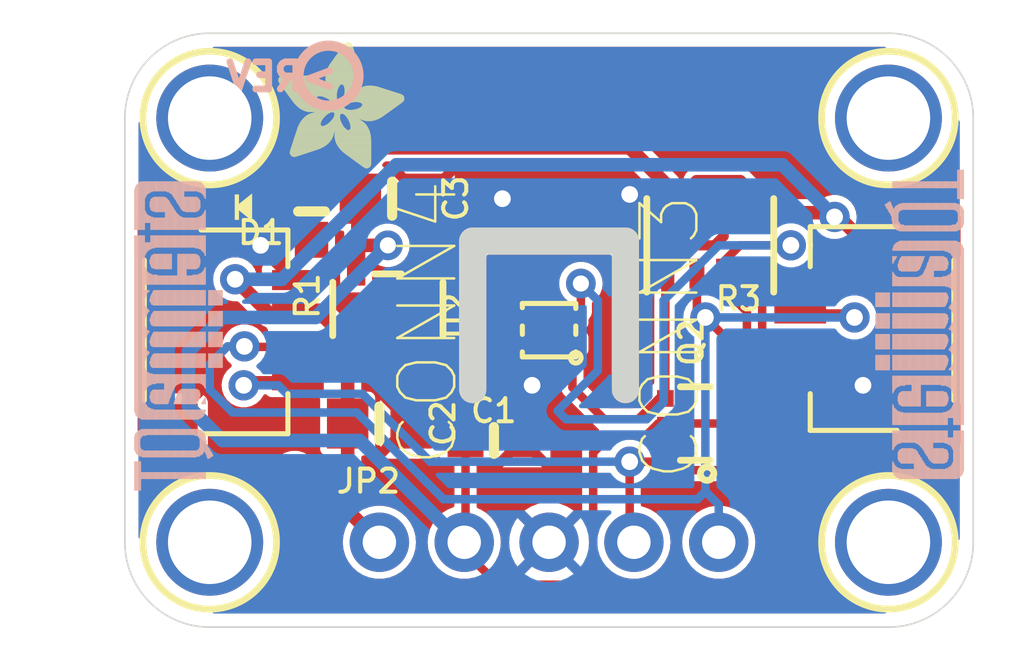
<source format=kicad_pcb>
(kicad_pcb (version 20221018) (generator pcbnew)
  (layers (0 "F.Cu" signal) (31 "B.Cu" signal) (34 "B.Paste" user) (35 "F.Paste" user) (36 "B.SilkS" user "B.Silkscreen") (37 "F.SilkS" user "F.Silkscreen") (38 "B.Mask" user) (39 "F.Mask" user) (44 "Edge.Cuts" user))
  (net 0 "")
  (net 1 "GND")
  (net 2 "SDA")
  (net 3 "SCL")
  (net 4 "SCL_3V")
  (net 5 "SDA_3V")
  (net 6 "3.3V")
  (net 7 "VCC")
  (net 8 "N$1")
  (footprint "working:SOT363" (layer "F.Cu") (at 152.8826 107.7976 90)
    (fp_text reference "Q2" (at 1.651 -0.127 90) (layer "F.SilkS") (effects (font (size 0.692831 0.692831) (thickness 0.119969)) (justify left)))
    (fp_text value "BSS138")
    (pad "1" smd rect (at -0.75 0.9 90) (size 0.5 0.5) (layers "F.Cu" "F.Paste" "F.Mask") (net 4 "SCL_3V"))
    (pad "2" smd rect (at 0 0.9 90) (size 0.4 0.5) (layers "F.Cu" "F.Paste" "F.Mask") (net 6 "3.3V"))
    (pad "3" smd rect (at 0.75 0.9 90) (size 0.5 0.5) (layers "F.Cu" "F.Paste" "F.Mask") (net 2 "SDA"))
    (pad "4" smd rect (at 0.75 -0.9 90) (size 0.5 0.5) (layers "F.Cu" "F.Paste" "F.Mask") (net 5 "SDA_3V"))
    (pad "5" smd rect (at 0 -0.9 90) (size 0.4 0.5) (layers "F.Cu" "F.Paste" "F.Mask") (net 6 "3.3V"))
    (pad "6" smd rect (at -0.75 -0.9 90) (size 0.5 0.5) (layers "F.Cu" "F.Paste" "F.Mask") (net 3 "SCL"))
  )
  (footprint "working:PLABEL2" (layer "F.Cu") (at 148.6281 113.0046)
    (fp_text reference "PLABEL2" hide)
    (fp_text value "" hide)
  )
  (footprint "working:PLABEL5" (layer "F.Cu") (at 148.5011 97.3836)
    (fp_text reference "PLABEL5" hide)
    (fp_text value "" hide)
  )
  (footprint "working:CHIPLED_0603_NOOUTLINE" (layer "F.Cu") (at 139.3571 101.3206 90)
    (fp_text reference "D1" (at -0.762 1.27) (layer "F.SilkS") (effects (font (size 0.692831 0.692831) (thickness 0.119969)) (justify right)))
    (fp_text value "GREEN")
    (pad "A" smd rect (at 0 0.75 90) (size 0.8 0.8) (layers "F.Cu" "F.Paste" "F.Mask") (net 8 "N$1"))
    (pad "C" smd rect (at 0 -0.75 90) (size 0.8 0.8) (layers "F.Cu" "F.Paste" "F.Mask") (net 1 "GND"))
  )
  (footprint "working:MOUNTINGHOLE_2.5_PLATED" (layer "F.Cu") (at 138.3411 98.6536)
    (fp_text reference "U$1" hide)
    (fp_text value "MOUNTINGHOLE2.5" hide)
    (pad "P$1" thru_hole circle (at 0 0) (size 3.2 3.2) (drill 2.5) (layers "*.Cu" "*.Mask"))
    (zone (net 0) (net_name "") (layer "F.Cu") (connect_pads (clearance 0)) (min_thickness 0.25)
      (keepout (tracks not_allowed) (vias not_allowed) (pads not_allowed) (copperpour not_allowed) (footprints allowed))
      (fill (thermal_gap 0.5) (thermal_bridge_width 0.5))
      (polygon (pts (xy 140.3571 98.6536) (xy 140.33748 98.373027) (xy 140.279004 98.097915) (xy 140.182808 97.833619) (xy 140.050765 97.585283) (xy 139.885446 97.35774) (xy 139.690067 97.15542) (xy 139.468433 96.98226) (xy 139.224856 96.841631) (xy 138.964078 96.73627) (xy 138.691175 96.668228) (xy 138.411457 96.638828) (xy 138.130371 96.648644) (xy 137.853385 96.697484) (xy 137.585893 96.784397) (xy 137.3331 96.907693) (xy 137.099926 97.06497) (xy 136.890911 97.253169) (xy 136.710122 97.468625) (xy 136.561078 97.707145) (xy 136.44668 97.964087) (xy 136.369154 98.23445) (xy 136.330011 98.512971) (xy 136.330011 98.794229) (xy 136.369154 99.07275) (xy 136.44668 99.343113) (xy 136.561078 99.600055) (xy 136.710122 99.838575) (xy 136.890911 100.054031) (xy 137.099926 100.24223) (xy 137.3331 100.399507) (xy 137.585893 100.522803) (xy 137.853385 100.609716) (xy 138.130371 100.658556) (xy 138.411457 100.668372) (xy 138.691175 100.638972) (xy 138.964078 100.57093) (xy 139.224856 100.465569) (xy 139.468433 100.32494) (xy 139.690067 100.15178) (xy 139.885446 99.94946) (xy 140.050765 99.721917) (xy 140.182808 99.473581) (xy 140.279004 99.209285) (xy 140.33748 98.934173)))
      (polygon (pts (xy 138.3251 98.6536) (xy 138.329786 98.664914) (xy 138.3411 98.6696) (xy 138.352414 98.664914) (xy 138.3571 98.6536) (xy 138.352414 98.642286) (xy 138.3411 98.6376) (xy 138.329786 98.642286)))
    )
    (zone (net 0) (net_name "") (layer "B.Cu") (connect_pads (clearance 0)) (min_thickness 0.25)
      (keepout (tracks not_allowed) (vias not_allowed) (pads not_allowed) (copperpour not_allowed) (footprints allowed))
      (fill (thermal_gap 0.5) (thermal_bridge_width 0.5))
      (polygon (pts (xy 140.3571 98.6536) (xy 140.33748 98.373027) (xy 140.279004 98.097915) (xy 140.182808 97.833619) (xy 140.050765 97.585283) (xy 139.885446 97.35774) (xy 139.690067 97.15542) (xy 139.468433 96.98226) (xy 139.224856 96.841631) (xy 138.964078 96.73627) (xy 138.691175 96.668228) (xy 138.411457 96.638828) (xy 138.130371 96.648644) (xy 137.853385 96.697484) (xy 137.585893 96.784397) (xy 137.3331 96.907693) (xy 137.099926 97.06497) (xy 136.890911 97.253169) (xy 136.710122 97.468625) (xy 136.561078 97.707145) (xy 136.44668 97.964087) (xy 136.369154 98.23445) (xy 136.330011 98.512971) (xy 136.330011 98.794229) (xy 136.369154 99.07275) (xy 136.44668 99.343113) (xy 136.561078 99.600055) (xy 136.710122 99.838575) (xy 136.890911 100.054031) (xy 137.099926 100.24223) (xy 137.3331 100.399507) (xy 137.585893 100.522803) (xy 137.853385 100.609716) (xy 138.130371 100.658556) (xy 138.411457 100.668372) (xy 138.691175 100.638972) (xy 138.964078 100.57093) (xy 139.224856 100.465569) (xy 139.468433 100.32494) (xy 139.690067 100.15178) (xy 139.885446 99.94946) (xy 140.050765 99.721917) (xy 140.182808 99.473581) (xy 140.279004 99.209285) (xy 140.33748 98.934173)))
      (polygon (pts (xy 138.3251 98.6536) (xy 138.329786 98.664914) (xy 138.3411 98.6696) (xy 138.352414 98.664914) (xy 138.3571 98.6536) (xy 138.352414 98.642286) (xy 138.3411 98.6376) (xy 138.329786 98.642286)))
    )
  )
  (footprint "working:MOUNTINGHOLE_2.5_PLATED" (layer "F.Cu") (at 138.3411 111.3536)
    (fp_text reference "U$19" hide)
    (fp_text value "MOUNTINGHOLE2.5" hide)
    (pad "P$1" thru_hole circle (at 0 0) (size 3.2 3.2) (drill 2.5) (layers "*.Cu" "*.Mask"))
    (zone (net 0) (net_name "") (layer "F.Cu") (connect_pads (clearance 0)) (min_thickness 0.25)
      (keepout (tracks not_allowed) (vias not_allowed) (pads not_allowed) (copperpour not_allowed) (footprints allowed))
      (fill (thermal_gap 0.5) (thermal_bridge_width 0.5))
      (polygon (pts (xy 140.3571 111.3536) (xy 140.33748 111.073027) (xy 140.279004 110.797915) (xy 140.182808 110.533619) (xy 140.050765 110.285283) (xy 139.885446 110.05774) (xy 139.690067 109.85542) (xy 139.468433 109.68226) (xy 139.224856 109.541631) (xy 138.964078 109.43627) (xy 138.691175 109.368228) (xy 138.411457 109.338828) (xy 138.130371 109.348644) (xy 137.853385 109.397484) (xy 137.585893 109.484397) (xy 137.3331 109.607693) (xy 137.099926 109.76497) (xy 136.890911 109.953169) (xy 136.710122 110.168625) (xy 136.561078 110.407145) (xy 136.44668 110.664087) (xy 136.369154 110.93445) (xy 136.330011 111.212971) (xy 136.330011 111.494229) (xy 136.369154 111.77275) (xy 136.44668 112.043113) (xy 136.561078 112.300055) (xy 136.710122 112.538575) (xy 136.890911 112.754031) (xy 137.099926 112.94223) (xy 137.3331 113.099507) (xy 137.585893 113.222803) (xy 137.853385 113.309716) (xy 138.130371 113.358556) (xy 138.411457 113.368372) (xy 138.691175 113.338972) (xy 138.964078 113.27093) (xy 139.224856 113.165569) (xy 139.468433 113.02494) (xy 139.690067 112.85178) (xy 139.885446 112.64946) (xy 140.050765 112.421917) (xy 140.182808 112.173581) (xy 140.279004 111.909285) (xy 140.33748 111.634173)))
      (polygon (pts (xy 138.3251 111.3536) (xy 138.329786 111.364914) (xy 138.3411 111.3696) (xy 138.352414 111.364914) (xy 138.3571 111.3536) (xy 138.352414 111.342286) (xy 138.3411 111.3376) (xy 138.329786 111.342286)))
    )
    (zone (net 0) (net_name "") (layer "B.Cu") (connect_pads (clearance 0)) (min_thickness 0.25)
      (keepout (tracks not_allowed) (vias not_allowed) (pads not_allowed) (copperpour not_allowed) (footprints allowed))
      (fill (thermal_gap 0.5) (thermal_bridge_width 0.5))
      (polygon (pts (xy 140.3571 111.3536) (xy 140.33748 111.073027) (xy 140.279004 110.797915) (xy 140.182808 110.533619) (xy 140.050765 110.285283) (xy 139.885446 110.05774) (xy 139.690067 109.85542) (xy 139.468433 109.68226) (xy 139.224856 109.541631) (xy 138.964078 109.43627) (xy 138.691175 109.368228) (xy 138.411457 109.338828) (xy 138.130371 109.348644) (xy 137.853385 109.397484) (xy 137.585893 109.484397) (xy 137.3331 109.607693) (xy 137.099926 109.76497) (xy 136.890911 109.953169) (xy 136.710122 110.168625) (xy 136.561078 110.407145) (xy 136.44668 110.664087) (xy 136.369154 110.93445) (xy 136.330011 111.212971) (xy 136.330011 111.494229) (xy 136.369154 111.77275) (xy 136.44668 112.043113) (xy 136.561078 112.300055) (xy 136.710122 112.538575) (xy 136.890911 112.754031) (xy 137.099926 112.94223) (xy 137.3331 113.099507) (xy 137.585893 113.222803) (xy 137.853385 113.309716) (xy 138.130371 113.358556) (xy 138.411457 113.368372) (xy 138.691175 113.338972) (xy 138.964078 113.27093) (xy 139.224856 113.165569) (xy 139.468433 113.02494) (xy 139.690067 112.85178) (xy 139.885446 112.64946) (xy 140.050765 112.421917) (xy 140.182808 112.173581) (xy 140.279004 111.909285) (xy 140.33748 111.634173)))
      (polygon (pts (xy 138.3251 111.3536) (xy 138.329786 111.364914) (xy 138.3411 111.3696) (xy 138.352414 111.364914) (xy 138.3571 111.3536) (xy 138.352414 111.342286) (xy 138.3411 111.3376) (xy 138.329786 111.342286)))
    )
  )
  (footprint "working:MOUNTINGHOLE_2.5_PLATED" (layer "F.Cu") (at 158.6611 111.3536)
    (fp_text reference "U$21" hide)
    (fp_text value "MOUNTINGHOLE2.5" hide)
    (pad "P$1" thru_hole circle (at 0 0) (size 3.2 3.2) (drill 2.5) (layers "*.Cu" "*.Mask"))
    (zone (net 0) (net_name "") (layer "F.Cu") (connect_pads (clearance 0)) (min_thickness 0.25)
      (keepout (tracks not_allowed) (vias not_allowed) (pads not_allowed) (copperpour not_allowed) (footprints allowed))
      (fill (thermal_gap 0.5) (thermal_bridge_width 0.5))
      (polygon (pts (xy 160.6771 111.3536) (xy 160.65748 111.073027) (xy 160.599004 110.797915) (xy 160.502808 110.533619) (xy 160.370765 110.285283) (xy 160.205446 110.05774) (xy 160.010067 109.85542) (xy 159.788433 109.68226) (xy 159.544856 109.541631) (xy 159.284078 109.43627) (xy 159.011175 109.368228) (xy 158.731457 109.338828) (xy 158.450371 109.348644) (xy 158.173385 109.397484) (xy 157.905893 109.484397) (xy 157.6531 109.607693) (xy 157.419926 109.76497) (xy 157.210911 109.953169) (xy 157.030122 110.168625) (xy 156.881078 110.407145) (xy 156.76668 110.664087) (xy 156.689154 110.93445) (xy 156.650011 111.212971) (xy 156.650011 111.494229) (xy 156.689154 111.77275) (xy 156.76668 112.043113) (xy 156.881078 112.300055) (xy 157.030122 112.538575) (xy 157.210911 112.754031) (xy 157.419926 112.94223) (xy 157.6531 113.099507) (xy 157.905893 113.222803) (xy 158.173385 113.309716) (xy 158.450371 113.358556) (xy 158.731457 113.368372) (xy 159.011175 113.338972) (xy 159.284078 113.27093) (xy 159.544856 113.165569) (xy 159.788433 113.02494) (xy 160.010067 112.85178) (xy 160.205446 112.64946) (xy 160.370765 112.421917) (xy 160.502808 112.173581) (xy 160.599004 111.909285) (xy 160.65748 111.634173)))
      (polygon (pts (xy 158.6451 111.3536) (xy 158.649786 111.364914) (xy 158.6611 111.3696) (xy 158.672414 111.364914) (xy 158.6771 111.3536) (xy 158.672414 111.342286) (xy 158.6611 111.3376) (xy 158.649786 111.342286)))
    )
    (zone (net 0) (net_name "") (layer "B.Cu") (connect_pads (clearance 0)) (min_thickness 0.25)
      (keepout (tracks not_allowed) (vias not_allowed) (pads not_allowed) (copperpour not_allowed) (footprints allowed))
      (fill (thermal_gap 0.5) (thermal_bridge_width 0.5))
      (polygon (pts (xy 160.6771 111.3536) (xy 160.65748 111.073027) (xy 160.599004 110.797915) (xy 160.502808 110.533619) (xy 160.370765 110.285283) (xy 160.205446 110.05774) (xy 160.010067 109.85542) (xy 159.788433 109.68226) (xy 159.544856 109.541631) (xy 159.284078 109.43627) (xy 159.011175 109.368228) (xy 158.731457 109.338828) (xy 158.450371 109.348644) (xy 158.173385 109.397484) (xy 157.905893 109.484397) (xy 157.6531 109.607693) (xy 157.419926 109.76497) (xy 157.210911 109.953169) (xy 157.030122 110.168625) (xy 156.881078 110.407145) (xy 156.76668 110.664087) (xy 156.689154 110.93445) (xy 156.650011 111.212971) (xy 156.650011 111.494229) (xy 156.689154 111.77275) (xy 156.76668 112.043113) (xy 156.881078 112.300055) (xy 157.030122 112.538575) (xy 157.210911 112.754031) (xy 157.419926 112.94223) (xy 157.6531 113.099507) (xy 157.905893 113.222803) (xy 158.173385 113.309716) (xy 158.450371 113.358556) (xy 158.731457 113.368372) (xy 159.011175 113.338972) (xy 159.284078 113.27093) (xy 159.544856 113.165569) (xy 159.788433 113.02494) (xy 160.010067 112.85178) (xy 160.205446 112.64946) (xy 160.370765 112.421917) (xy 160.502808 112.173581) (xy 160.599004 111.909285) (xy 160.65748 111.634173)))
      (polygon (pts (xy 158.6451 111.3536) (xy 158.649786 111.364914) (xy 158.6611 111.3696) (xy 158.672414 111.364914) (xy 158.6771 111.3536) (xy 158.672414 111.342286) (xy 158.6611 111.3376) (xy 158.649786 111.342286)))
    )
  )
  (footprint "working:MOUNTINGHOLE_2.5_PLATED" (layer "F.Cu") (at 158.6611 98.6536)
    (fp_text reference "U$17" hide)
    (fp_text value "MOUNTINGHOLE2.5" hide)
    (pad "P$1" thru_hole circle (at 0 0) (size 3.2 3.2) (drill 2.5) (layers "*.Cu" "*.Mask"))
    (zone (net 0) (net_name "") (layer "F.Cu") (connect_pads (clearance 0)) (min_thickness 0.25)
      (keepout (tracks not_allowed) (vias not_allowed) (pads not_allowed) (copperpour not_allowed) (footprints allowed))
      (fill (thermal_gap 0.5) (thermal_bridge_width 0.5))
      (polygon (pts (xy 160.6771 98.6536) (xy 160.65748 98.373027) (xy 160.599004 98.097915) (xy 160.502808 97.833619) (xy 160.370765 97.585283) (xy 160.205446 97.35774) (xy 160.010067 97.15542) (xy 159.788433 96.98226) (xy 159.544856 96.841631) (xy 159.284078 96.73627) (xy 159.011175 96.668228) (xy 158.731457 96.638828) (xy 158.450371 96.648644) (xy 158.173385 96.697484) (xy 157.905893 96.784397) (xy 157.6531 96.907693) (xy 157.419926 97.06497) (xy 157.210911 97.253169) (xy 157.030122 97.468625) (xy 156.881078 97.707145) (xy 156.76668 97.964087) (xy 156.689154 98.23445) (xy 156.650011 98.512971) (xy 156.650011 98.794229) (xy 156.689154 99.07275) (xy 156.76668 99.343113) (xy 156.881078 99.600055) (xy 157.030122 99.838575) (xy 157.210911 100.054031) (xy 157.419926 100.24223) (xy 157.6531 100.399507) (xy 157.905893 100.522803) (xy 158.173385 100.609716) (xy 158.450371 100.658556) (xy 158.731457 100.668372) (xy 159.011175 100.638972) (xy 159.284078 100.57093) (xy 159.544856 100.465569) (xy 159.788433 100.32494) (xy 160.010067 100.15178) (xy 160.205446 99.94946) (xy 160.370765 99.721917) (xy 160.502808 99.473581) (xy 160.599004 99.209285) (xy 160.65748 98.934173)))
      (polygon (pts (xy 158.6451 98.6536) (xy 158.649786 98.664914) (xy 158.6611 98.6696) (xy 158.672414 98.664914) (xy 158.6771 98.6536) (xy 158.672414 98.642286) (xy 158.6611 98.6376) (xy 158.649786 98.642286)))
    )
    (zone (net 0) (net_name "") (layer "B.Cu") (connect_pads (clearance 0)) (min_thickness 0.25)
      (keepout (tracks not_allowed) (vias not_allowed) (pads not_allowed) (copperpour not_allowed) (footprints allowed))
      (fill (thermal_gap 0.5) (thermal_bridge_width 0.5))
      (polygon (pts (xy 160.6771 98.6536) (xy 160.65748 98.373027) (xy 160.599004 98.097915) (xy 160.502808 97.833619) (xy 160.370765 97.585283) (xy 160.205446 97.35774) (xy 160.010067 97.15542) (xy 159.788433 96.98226) (xy 159.544856 96.841631) (xy 159.284078 96.73627) (xy 159.011175 96.668228) (xy 158.731457 96.638828) (xy 158.450371 96.648644) (xy 158.173385 96.697484) (xy 157.905893 96.784397) (xy 157.6531 96.907693) (xy 157.419926 97.06497) (xy 157.210911 97.253169) (xy 157.030122 97.468625) (xy 156.881078 97.707145) (xy 156.76668 97.964087) (xy 156.689154 98.23445) (xy 156.650011 98.512971) (xy 156.650011 98.794229) (xy 156.689154 99.07275) (xy 156.76668 99.343113) (xy 156.881078 99.600055) (xy 157.030122 99.838575) (xy 157.210911 100.054031) (xy 157.419926 100.24223) (xy 157.6531 100.399507) (xy 157.905893 100.522803) (xy 158.173385 100.609716) (xy 158.450371 100.658556) (xy 158.731457 100.668372) (xy 159.011175 100.638972) (xy 159.284078 100.57093) (xy 159.544856 100.465569) (xy 159.788433 100.32494) (xy 160.010067 100.15178) (xy 160.205446 99.94946) (xy 160.370765 99.721917) (xy 160.502808 99.473581) (xy 160.599004 99.209285) (xy 160.65748 98.934173)))
      (polygon (pts (xy 158.6451 98.6536) (xy 158.649786 98.664914) (xy 158.6611 98.6696) (xy 158.672414 98.664914) (xy 158.6771 98.6536) (xy 158.672414 98.642286) (xy 158.6611 98.6376) (xy 158.649786 98.642286)))
    )
  )
  (footprint "working:0805-NO" (layer "F.Cu") (at 143.4211 107.7976)
    (fp_text reference "C2" (at 1.905 -0.762 90) (layer "F.SilkS") (effects (font (size 0.692831 0.692831) (thickness 0.119969)) (justify right)))
    (fp_text value "10uF")
    (pad "1" smd rect (at -0.95 0) (size 1.24 1.5) (layers "F.Cu" "F.Paste" "F.Mask") (net 7 "VCC"))
    (pad "2" smd rect (at 0.95 0) (size 1.24 1.5) (layers "F.Cu" "F.Paste" "F.Mask") (net 1 "GND"))
  )
  (footprint "working:0603-NO" (layer "F.Cu") (at 146.8501 108.3056)
    (fp_text reference "C1" (at -0.762 -0.889) (layer "F.SilkS") (effects (font (size 0.692831 0.692831) (thickness 0.119969)) (justify left)))
    (fp_text value "0.1uF")
    (pad "1" smd rect (at -0.85 0) (size 1.075 1) (layers "F.Cu" "F.Paste" "F.Mask") (net 6 "3.3V"))
    (pad "2" smd rect (at 0.85 0) (size 1.075 1) (layers "F.Cu" "F.Paste" "F.Mask") (net 1 "GND"))
  )
  (footprint "working:JST_SH4" (layer "F.Cu") (at 158.0261 105.0036 90)
    (fp_text reference "CONN3" (at -4.6 -5.9 90) (layer "F.SilkS") (effects (font (size 1.703222 1.703222) (thickness 0.074778)) (justify left)))
    (fp_text value "STEMMA_I2C_QT" hide)
    (pad "1" smd rect (at -1.5 -2.006 180) (size 1.55 0.6) (layers "F.Cu" "F.Paste" "F.Mask") (net 1 "GND"))
    (pad "2" smd rect (at -0.5 -2.006 180) (size 1.55 0.6) (layers "F.Cu" "F.Paste" "F.Mask") (net 7 "VCC"))
    (pad "3" smd rect (at 0.5 -2.006 180) (size 1.55 0.6) (layers "F.Cu" "F.Paste" "F.Mask") (net 2 "SDA"))
    (pad "4" smd rect (at 1.5 -2.006 180) (size 1.55 0.6) (layers "F.Cu" "F.Paste" "F.Mask") (net 3 "SCL"))
    (pad "MT1" smd rect (at -2.8 1.894 180) (size 1.8 1.2) (layers "F.Cu" "F.Paste" "F.Mask") (net 1 "GND"))
    (pad "MT2" smd rect (at 2.8 1.894 180) (size 1.8 1.2) (layers "F.Cu" "F.Paste" "F.Mask") (net 1 "GND"))
  )
  (footprint "working:PLABEL1" (layer "F.Cu") (at 145.9611 109.7026)
    (fp_text reference "PLABEL1" hide)
    (fp_text value "" hide)
  )
  (footprint "working:PLABEL6" (layer "F.Cu") (at 150.0251 99.2886)
    (fp_text reference "PLABEL6" hide)
    (fp_text value "" hide)
  )
  (footprint "working:FIDUCIAL_1MM" (layer "F.Cu") (at 140.8811 109.3216)
    (fp_text reference "FID3" hide)
    (fp_text value "FIDUCIAL_1MM" hide)
    (pad "1" smd roundrect (at 0 0) (size 1 1) (layers "F.Cu" "F.Mask") (roundrect_rratio 0.5))
  )
  (footprint "working:SOT23-5" (layer "F.Cu") (at 143.6751 104.3686)
    (fp_text reference "U2" (at 2.032 -0.562 90) (layer "F.SilkS") (effects (font (size 0.692831 0.692831) (thickness 0.119969)) (justify right)))
    (fp_text value "AP2127K-3.3")
    (pad "1" smd rect (at -0.95 1.3001) (size 0.55 1.2) (layers "F.Cu" "F.Paste" "F.Mask") (net 7 "VCC"))
    (pad "2" smd rect (at 0 1.3001) (size 0.55 1.2) (layers "F.Cu" "F.Paste" "F.Mask") (net 1 "GND"))
    (pad "3" smd rect (at 0.95 1.3001) (size 0.55 1.2) (layers "F.Cu" "F.Paste" "F.Mask") (net 7 "VCC"))
    (pad "4" smd rect (at 0.95 -1.3001) (size 0.55 1.2) (layers "F.Cu" "F.Paste" "F.Mask"))
    (pad "5" smd rect (at -0.95 -1.3001) (size 0.55 1.2) (layers "F.Cu" "F.Paste" "F.Mask") (net 6 "3.3V"))
  )
  (footprint "working:PLABEL3" (layer "F.Cu") (at 151.0411 109.7026)
    (fp_text reference "PLABEL3" hide)
    (fp_text value "" hide)
  )
  (footprint "working:SHT4X" (layer "F.Cu") (at 148.5011 105.0036 180)
    (fp_text reference "X1" hide)
    (fp_text value "SHT4X_" hide)
    (pad "1" smd rect (at -0.7 -0.4 270) (size 0.35 0.55) (layers "F.Cu" "F.Paste" "F.Mask") (net 5 "SDA_3V"))
    (pad "2" smd rect (at -0.7 0.4 270) (size 0.35 0.55) (layers "F.Cu" "F.Paste" "F.Mask") (net 4 "SCL_3V"))
    (pad "3" smd rect (at 0.7 0.4 270) (size 0.35 0.55) (layers "F.Cu" "F.Paste" "F.Mask") (net 6 "3.3V"))
    (pad "4" smd rect (at 0.7 -0.4 270) (size 0.35 0.55) (layers "F.Cu" "F.Paste" "F.Mask") (net 1 "GND"))
  )
  (footprint "working:ADAFRUIT_3.5MM" (layer "F.Cu") (at 140.3731 100.1776)
    (fp_text reference "U$22" hide)
    (fp_text value "" hide)
  )
  (footprint "working:PLABEL0" (layer "F.Cu") (at 143.4211 113.0046)
    (fp_text reference "PLABEL0" hide)
    (fp_text value "" hide)
  )
  (footprint "working:JST_SH4" (layer "F.Cu") (at 138.9761 105.0036 -90)
    (fp_text reference "CONN4" (at -4.6 -5.9 90) (layer "F.SilkS") (effects (font (size 1.703222 1.703222) (thickness 0.074778)) (justify right)))
    (fp_text value "STEMMA_I2C_QT" hide)
    (pad "1" smd rect (at -1.5 -2.006) (size 1.55 0.6) (layers "F.Cu" "F.Paste" "F.Mask") (net 1 "GND"))
    (pad "2" smd rect (at -0.5 -2.006) (size 1.55 0.6) (layers "F.Cu" "F.Paste" "F.Mask") (net 7 "VCC"))
    (pad "3" smd rect (at 0.5 -2.006) (size 1.55 0.6) (layers "F.Cu" "F.Paste" "F.Mask") (net 2 "SDA"))
    (pad "4" smd rect (at 1.5 -2.006) (size 1.55 0.6) (layers "F.Cu" "F.Paste" "F.Mask") (net 3 "SCL"))
    (pad "MT1" smd rect (at -2.8 1.894) (size 1.8 1.2) (layers "F.Cu" "F.Paste" "F.Mask") (net 1 "GND"))
    (pad "MT2" smd rect (at 2.8 1.894) (size 1.8 1.2) (layers "F.Cu" "F.Paste" "F.Mask") (net 1 "GND"))
  )
  (footprint "working:RESPACK_4X0603" (layer "F.Cu") (at 153.3271 102.4636 180)
    (fp_text reference "R3" (at -1.6 -1.6) (layer "F.SilkS") (effects (font (size 0.692831 0.692831) (thickness 0.119969)) (justify right)))
    (fp_text value "10K Pack")
    (pad "1" smd rect (at -1.3 0.85 180) (size 0.45 0.9) (layers "F.Cu" "F.Paste" "F.Mask") (net 7 "VCC"))
    (pad "2" smd rect (at -0.4 0.85 180) (size 0.45 0.9) (layers "F.Cu" "F.Paste" "F.Mask") (net 6 "3.3V"))
    (pad "3" smd rect (at 0.4 0.85 180) (size 0.45 0.9) (layers "F.Cu" "F.Paste" "F.Mask") (net 7 "VCC"))
    (pad "4" smd rect (at 1.3 0.85 180) (size 0.45 0.9) (layers "F.Cu" "F.Paste" "F.Mask") (net 6 "3.3V"))
    (pad "5" smd rect (at 1.3 -0.85 180) (size 0.45 0.9) (layers "F.Cu" "F.Paste" "F.Mask") (net 5 "SDA_3V"))
    (pad "6" smd rect (at 0.4 -0.85 180) (size 0.45 0.9) (layers "F.Cu" "F.Paste" "F.Mask") (net 2 "SDA"))
    (pad "7" smd rect (at -0.4 -0.85 180) (size 0.45 0.9) (layers "F.Cu" "F.Paste" "F.Mask") (net 4 "SCL_3V"))
    (pad "8" smd rect (at -1.3 -0.85 180) (size 0.45 0.9) (layers "F.Cu" "F.Paste" "F.Mask") (net 3 "SCL"))
  )
  (footprint "working:FIDUCIAL_1MM" (layer "F.Cu") (at 155.3591 97.3836)
    (fp_text reference "FID4" hide)
    (fp_text value "FIDUCIAL_1MM" hide)
    (pad "1" smd roundrect (at 0 0) (size 1 1) (layers "F.Cu" "F.Mask") (roundrect_rratio 0.5))
  )
  (footprint "working:PLABEL4" (layer "F.Cu") (at 153.7081 113.0046)
    (fp_text reference "PLABEL4" hide)
    (fp_text value "" hide)
  )
  (footprint "working:1X05_ROUND_70" (layer "F.Cu") (at 148.5011 111.3536)
    (fp_text reference "JP2" (at -6.4262 -1.8288) (layer "F.SilkS") (effects (font (size 0.692831 0.692831) (thickness 0.119969)) (justify left)))
    (fp_text value "")
    (pad "1" thru_hole circle (at -5.08 0 90) (size 1.778 1.778) (drill 1) (layers "*.Cu" "*.Mask") (net 7 "VCC"))
    (pad "2" thru_hole circle (at -2.54 0 90) (size 1.778 1.778) (drill 1) (layers "*.Cu" "*.Mask") (net 6 "3.3V"))
    (pad "3" thru_hole circle (at 0 0 90) (size 1.778 1.778) (drill 1) (layers "*.Cu" "*.Mask") (net 1 "GND"))
    (pad "4" thru_hole circle (at 2.54 0 90) (size 1.778 1.778) (drill 1) (layers "*.Cu" "*.Mask") (net 3 "SCL"))
    (pad "5" thru_hole circle (at 5.08 0 90) (size 1.778 1.778) (drill 1) (layers "*.Cu" "*.Mask") (net 2 "SDA"))
  )
  (footprint "working:0805-NO" (layer "F.Cu") (at 143.8021 101.0666)
    (fp_text reference "C3" (at 1.905 -0.762 90) (layer "F.SilkS") (effects (font (size 0.692831 0.692831) (thickness 0.119969)) (justify right)))
    (fp_text value "10uF")
    (pad "1" smd rect (at -0.95 0) (size 1.24 1.5) (layers "F.Cu" "F.Paste" "F.Mask") (net 6 "3.3V"))
    (pad "2" smd rect (at 0.95 0) (size 1.24 1.5) (layers "F.Cu" "F.Paste" "F.Mask") (net 1 "GND"))
  )
  (footprint "working:0603-NO" (layer "F.Cu") (at 141.3891 101.4476 -90)
    (fp_text reference "R1" (at 1.778 0.127 90) (layer "F.SilkS") (effects (font (size 0.692831 0.692831) (thickness 0.119969)) (justify right)))
    (fp_text value "10K")
    (pad "1" smd rect (at -0.85 0 270) (size 1.075 1) (layers "F.Cu" "F.Paste" "F.Mask") (net 6 "3.3V"))
    (pad "2" smd rect (at 0.85 0 270) (size 1.075 1) (layers "F.Cu" "F.Paste" "F.Mask") (net 8 "N$1"))
  )
  (footprint "working:PLABEL7" (layer "F.Cu") (at 136.1821 101.4476)
    (fp_text reference "PLABEL7" hide)
    (fp_text value "" hide)
  )
  (footprint "working:PCBFEAT-REV-040" (layer "B.Cu") (at 141.8971 97.3836 180)
    (fp_text reference "U$25" hide)
    (fp_text value "" hide)
    (fp_text user ">REV" (at -0.3556 -0.508) (layer "B.SilkS") (effects (font (size 0.8128 0.8128) (thickness 0.2032)) (justify left bottom mirror)))
  )
  (footprint "working:PLABEL9" (layer "B.Cu") (at 148.5011 99.1616 180)
    (fp_text reference "PLABEL9" hide)
    (fp_text value "" hide)
  )
  (footprint "working:PLABEL12" (layer "B.Cu") (at 148.5011 100.8126 180)
    (fp_text reference "PLABEL12" hide)
    (fp_text value "" hide)
  )
  (footprint "working:PLABEL11" (layer "B.Cu") (at 148.5011 108.8136 180)
    (fp_text reference "PLABEL11" hide)
    (fp_text value "" hide)
  )
  (footprint "working:PLABEL10" (layer "B.Cu") (at 148.5011 113.0046 180)
    (fp_text reference "PLABEL10" hide)
    (fp_text value "" hide)
  )
  (footprint "working:STEMMAQT" (layer "B.Cu") (at 158.2801 109.4486 90)
    (fp_text reference "U$30" hide)
    (fp_text value "" hide)
  )
  (footprint "working:STEMMAQT" (layer "B.Cu") (at 138.7221 100.5586 -90)
    (fp_text reference "U$31" hide)
    (fp_text value "" hide)
  )
  (footprint "working:PLABEL8" (layer "B.Cu") (at 148.5011 97.5106 180)
    (fp_text reference "PLABEL8" hide)
    (fp_text value "" hide)
  )
  (gr_line (start 135.8011 98.6536) (end 135.8011 111.3536) (stroke (width 0.05)) (layer "Edge.Cuts"))
  (gr_line (start 150.7871 102.3366) (end 150.7871 106.7816) (stroke (width 0.8128)) (layer "Edge.Cuts"))
  (gr_line (start 161.2011 111.3536) (end 161.2011 98.6536) (stroke (width 0.05)) (layer "Edge.Cuts"))
  (gr_line (start 158.6611 96.1136) (end 138.3411 96.1136) (stroke (width 0.05)) (layer "Edge.Cuts"))
  (gr_line (start 146.2151 102.3366) (end 150.7871 102.3366) (stroke (width 0.8128)) (layer "Edge.Cuts"))
  (gr_line (start 138.3411 113.8936) (end 158.6611 113.8936) (stroke (width 0.05)) (layer "Edge.Cuts"))
  (gr_line (start 146.2151 106.7816) (end 146.2151 102.3366) (stroke (width 0.8128)) (layer "Edge.Cuts"))
  (gr_arc (start 138.3411 113.8936) (mid 136.545049 113.149651) (end 135.8011 111.3536) (stroke (width 0.05)) (layer "Edge.Cuts"))
  (gr_arc (start 161.2011 111.3536) (mid 160.457151 113.149651) (end 158.6611 113.8936) (stroke (width 0.05)) (layer "Edge.Cuts"))
  (gr_arc (start 135.8011 98.6536) (mid 136.545049 96.857549) (end 138.3411 96.1136) (stroke (width 0.05)) (layer "Edge.Cuts"))
  (gr_arc (start 158.6611 96.1136) (mid 160.457151 96.857549) (end 161.2011 98.6536) (stroke (width 0.05)) (layer "Edge.Cuts"))
  (segment (start 144.3711 107.7976) (end 144.3711 107.4166) (width 0.4064) (layer "F.Cu") (net 1))
  (segment (start 140.9821 103.5036) (end 140.9821 103.5806) (width 0.4064) (layer "F.Cu") (net 1))
  (segment (start 144.3711 107.4166) (end 143.6751 106.7206) (width 0.4064) (layer "F.Cu") (net 1))
  (segment (start 140.9821 103.5806) (end 139.8651 102.4636) (width 0.4064) (layer "F.Cu") (net 1))
  (segment (start 143.6751 105.6687) (end 143.6751 106.7206) (width 0.4064) (layer "F.Cu") (net 1))
  (via (at 147.1041 101.0666) (size 0.9064) (drill 0.5) (layers "F.Cu" "B.Cu") (net 1))
  (via (at 147.9931 106.6546) (size 0.9064) (drill 0.5) (layers "F.Cu" "B.Cu") (net 1))
  (via (at 150.9141 100.9396) (size 0.9064) (drill 0.5) (layers "F.Cu" "B.Cu") (net 1))
  (via (at 139.8651 102.4636) (size 0.9064) (drill 0.5) (layers "F.Cu" "B.Cu") (net 1))
  (via (at 157.8991 106.6546) (size 0.9064) (drill 0.5) (layers "F.Cu" "B.Cu") (net 1))
  (segment (start 153.1811 104.6226) (end 152.9271 104.3686) (width 0.254) (layer "F.Cu") (net 2))
  (segment (start 139.379706 105.5036) (end 139.379706 105.488994) (width 0.254) (layer "F.Cu") (net 2))
  (segment (start 153.7826 107.0476) (end 153.7826 105.2241) (width 0.254) (layer "F.Cu") (net 2))
  (segment (start 140.9821 105.5036) (end 139.379706 105.5036) (width 0.254) (layer "F.Cu") (net 2))
  (segment (start 153.7826 105.2241) (end 153.1811 104.6226) (width 0.254) (layer "F.Cu") (net 2))
  (segment (start 156.0201 104.5036) (end 157.5261 104.5036) (width 0.254) (layer "F.Cu") (net 2))
  (segment (start 152.9271 104.3686) (end 152.9271 103.3136) (width 0.254) (layer "F.Cu") (net 2))
  (segment (start 157.5261 104.5036) (end 157.6451 104.6226) (width 0.254) (layer "F.Cu") (net 2))
  (via (at 157.6451 104.6226) (size 0.9064) (drill 0.5) (layers "F.Cu" "B.Cu") (net 2))
  (via (at 153.1811 104.6226) (size 0.9064) (drill 0.5) (layers "F.Cu" "B.Cu") (net 2))
  (via (at 139.379706 105.488994) (size 0.9064) (drill 0.5) (layers "F.Cu" "B.Cu") (net 2))
  (segment (start 142.745 107.4674) (end 145.3422 110.0646) (width 0.254) (layer "B.Cu") (net 2))
  (segment (start 153.1811 109.8296) (end 153.5811 110.2296) (width 0.254) (layer "B.Cu") (net 2))
  (segment (start 152.9461 110.0646) (end 153.1811 109.8296) (width 0.254) (layer "B.Cu") (net 2))
  (segment (start 138.3411 106.0196) (end 138.3411 106.7816) (width 0.254) (layer "B.Cu") (net 2))
  (segment (start 138.3411 106.7816) (end 139.0269 107.4674) (width 0.254) (layer "B.Cu") (net 2))
  (segment (start 139.379706 105.488994) (end 138.871706 105.488994) (width 0.254) (layer "B.Cu") (net 2))
  (segment (start 139.0269 107.4674) (end 142.745 107.4674) (width 0.254) (layer "B.Cu") (net 2))
  (segment (start 145.3422 110.0646) (end 152.9461 110.0646) (width 0.254) (layer "B.Cu") (net 2))
  (segment (start 157.6451 104.6226) (end 153.1811 104.6226) (width 0.254) (layer "B.Cu") (net 2))
  (segment (start 153.1811 109.8296) (end 153.1811 104.6226) (width 0.254) (layer "B.Cu") (net 2))
  (segment (start 138.871706 105.488994) (end 138.3411 106.0196) (width 0.254) (layer "B.Cu") (net 2))
  (segment (start 153.5811 110.2296) (end 153.5811 111.3536) (width 0.254) (layer "B.Cu") (net 2))
  (segment (start 152.5541 109.1946) (end 151.9826 108.6231) (width 0.254) (layer "F.Cu") (net 3))
  (segment (start 154.8811 103.5676) (end 154.8811 108.5296) (width 0.254) (layer "F.Cu") (net 3))
  (segment (start 151.9826 108.5476) (end 152.08935 108.65435) (width 0.254) (layer "F.Cu") (net 3))
  (segment (start 150.9141 108.9406) (end 151.8031 108.9406) (width 0.254) (layer "F.Cu") (net 3))
  (segment (start 152.08935 108.65435) (end 151.8031 108.9406) (width 0.254) (layer "F.Cu") (net 3))
  (segment (start 156.0201 103.5036) (end 154.8171 103.5036) (width 0.254) (layer "F.Cu") (net 3))
  (segment (start 140.9821 106.5036) (end 139.5081 106.5036) (width 0.254) (layer "F.Cu") (net 3))
  (segment (start 151.9826 108.5476) (end 151.9826 108.6231) (width 0.254) (layer "F.Cu") (net 3))
  (segment (start 154.8811 108.5296) (end 154.2161 109.1946) (width 0.254) (layer "F.Cu") (net 3))
  (segment (start 150.9141 108.9406) (end 150.9141 111.2266) (width 0.254) (layer "F.Cu") (net 3))
  (segment (start 139.5081 106.5036) (end 139.3571 106.6546) (width 0.254) (layer "F.Cu") (net 3))
  (segment (start 150.9141 111.2266) (end 151.0411 111.3536) (width 0.254) (layer "F.Cu") (net 3))
  (segment (start 154.8171 103.5036) (end 154.6271 103.3136) (width 0.254) (layer "F.Cu") (net 3))
  (segment (start 154.2161 109.1946) (end 152.5541 109.1946) (width 0.254) (layer "F.Cu") (net 3))
  (segment (start 154.6271 103.3136) (end 154.8811 103.5676) (width 0.254) (layer "F.Cu") (net 3))
  (via (at 150.9141 108.9406) (size 0.9064) (drill 0.5) (layers "F.Cu" "B.Cu") (net 3))
  (via (at 139.3571 106.6546) (size 0.9064) (drill 0.5) (layers "F.Cu" "B.Cu") (net 3))
  (segment (start 150.9141 108.9406) (end 144.9451 108.9406) (width 0.254) (layer "B.Cu") (net 3))
  (segment (start 139.3571 106.6546) (end 140.396262 106.6546) (width 0.254) (layer "B.Cu") (net 3))
  (segment (start 142.9131 106.9086) (end 140.650262 106.9086) (width 0.254) (layer "B.Cu") (net 3))
  (segment (start 144.9451 108.9406) (end 142.9131 106.9086) (width 0.254) (layer "B.Cu") (net 3))
  (segment (start 140.396262 106.6546) (end 140.650262 106.9086) (width 0.254) (layer "B.Cu") (net 3))
  (segment (start 154.4239 108.1786) (end 154.0549 108.5476) (width 0.254) (layer "F.Cu") (net 4))
  (segment (start 153.7826 108.5476) (end 154.0549 108.5476) (width 0.254) (layer "F.Cu") (net 4))
  (segment (start 153.7271 103.7526) (end 154.4239 104.4494) (width 0.254) (layer "F.Cu") (net 4))
  (segment (start 153.7271 103.3136) (end 153.7271 102.9526) (width 0.254) (layer "F.Cu") (net 4))
  (segment (start 154.4239 104.4494) (end 154.4239 108.1786) (width 0.254) (layer "F.Cu") (net 4))
  (segment (start 149.2011 104.6036) (end 149.27595 104.6036) (width 0.254) (layer "F.Cu") (net 4))
  (segment (start 153.7271 103.3136) (end 153.7271 103.7526) (width 0.254) (layer "F.Cu") (net 4))
  (segment (start 154.2161 102.4636) (end 155.7401 102.4636) (width 0.254) (layer "F.Cu") (net 4))
  (segment (start 149.4536 104.42595) (end 149.4536 103.6066) (width 0.254) (layer "F.Cu") (net 4))
  (segment (start 149.4536 104.42595) (end 149.27595 104.6036) (width 0.254) (layer "F.Cu") (net 4))
  (segment (start 153.7271 102.9526) (end 154.2161 102.4636) (width 0.254) (layer "F.Cu") (net 4))
  (via (at 149.4536 103.6066) (size 0.889) (drill 0.4826) (layers "F.Cu" "B.Cu") (net 4))
  (via (at 155.7401 102.4636) (size 0.9064) (drill 0.5) (layers "F.Cu" "B.Cu") (net 4))
  (segment (start 153.5811 102.4636) (end 155.7401 102.4636) (width 0.254) (layer "B.Cu") (net 4))
  (segment (start 149.0123 107.6706) (end 148.7583 107.4166) (width 0.254) (layer "B.Cu") (net 4))
  (segment (start 149.9616 104.1146) (end 149.9616 106.2133) (width 0.254) (layer "B.Cu") (net 4))
  (segment (start 151.9301 104.1146) (end 153.5811 102.4636) (width 0.254) (layer "B.Cu") (net 4))
  (segment (start 149.4536 103.6066) (end 149.9616 104.1146) (width 0.254) (layer "B.Cu") (net 4))
  (segment (start 148.7583 107.4166) (end 149.9616 106.2133) (width 0.254) (layer "B.Cu") (net 4))
  (segment (start 151.4221 107.6706) (end 151.9301 107.1626) (width 0.254) (layer "B.Cu") (net 4))
  (segment (start 151.9301 107.1626) (end 151.9301 104.1146) (width 0.254) (layer "B.Cu") (net 4))
  (segment (start 151.4221 107.6706) (end 149.0123 107.6706) (width 0.254) (layer "B.Cu") (net 4))
  (segment (start 150.1521 107.6706) (end 151.1691 107.6706) (width 0.254) (layer "F.Cu") (net 5))
  (segment (start 151.7921 107.0476) (end 151.1691 107.6706) (width 0.254) (layer "F.Cu") (net 5))
  (segment (start 151.7921 107.0476) (end 151.9826 107.0476) (width 0.254) (layer "F.Cu") (net 5))
  (segment (start 149.2011 106.7196) (end 149.2011 105.4036) (width 0.254) (layer "F.Cu") (net 5))
  (segment (start 151.9826 103.3581) (end 151.9826 107.0476) (width 0.254) (layer "F.Cu") (net 5))
  (segment (start 150.1521 107.6706) (end 149.2011 106.7196) (width 0.254) (layer "F.Cu") (net 5))
  (segment (start 152.0271 103.3136) (end 151.9826 103.3581) (width 0.254) (layer "F.Cu") (net 5))
  (segment (start 142.4931 101.0666) (end 142.0241 100.5976) (width 0.3048) (layer "F.Cu") (net 6))
  (segment (start 147.1041 104.9401) (end 147.1041 107.2016) (width 0.254) (layer "F.Cu") (net 6))
  (segment (start 142.8521 101.0666) (end 142.8521 100.1116) (width 0.4064) (layer "F.Cu") (net 6))
  (segment (start 153.7271 102.1906) (end 153.4541 102.4636) (width 0.3048) (layer "F.Cu") (net 6))
  (segment (start 149.2631 112.6236) (end 146.9771 112.6236) (width 0.254) (layer "F.Cu") (net 6))
  (segment (start 152.0271 100.6556) (end 152.0271 101.6136) (width 0.4064) (layer "F.Cu") (net 6))
  (segment (start 153.4541 102.4636) (end 152.0271 102.4636) (width 0.3048) (layer "F.Cu") (net 6))
  (segment (start 147.4406 104.6036) (end 147.1041 104.9401) (width 0.254) (layer "F.Cu") (net 6))
  (segment (start 152.0271 102.4636) (end 152.0271 101.6136) (width 0.3048) (layer "F.Cu") (net 6))
  (segment (start 149.8219 108.6709) (end 149.8219 112.0648) (width 0.254) (layer "F.Cu") (net 6))
  (segment (start 151.765625 107.7976) (end 151.406025 108.1572) (width 0.254) (layer "F.Cu") (net 6))
  (segment (start 146.0001 108.3056) (end 146.0001 111.3146) (width 0.254) (layer "F.Cu") (net 6))
  (segment (start 149.8219 112.0648) (end 149.2631 112.6236) (width 0.254) (layer "F.Cu") (net 6))
  (segment (start 142.8521 101.0666) (end 142.7251 101.1936) (width 0.3048) (layer "F.Cu") (net 6))
  (segment (start 142.8521 102.4636) (end 142.7251 102.5906) (width 0.4064) (layer "F.Cu") (net 6))
  (segment (start 141.3891 100.5976) (end 142.0241 100.5976) (width 0.3048) (layer "F.Cu") (net 6))
  (segment (start 150.9141 99.5426) (end 152.0271 100.6556) (width 0.4064) (layer "F.Cu") (net 6))
  (segment (start 151.406025 108.1572) (end 150.3356 108.1572) (width 0.254) (layer "F.Cu") (net 6))
  (segment (start 150.3356 108.1572) (end 149.8219 108.6709) (width 0.254) (layer "F.Cu") (net 6))
  (segment (start 146.0001 111.3146) (end 145.9611 111.3536) (width 0.254) (layer "F.Cu") (net 6))
  (segment (start 146.9771 112.6236) (end 146.0001 111.6466) (width 0.254) (layer "F.Cu") (net 6))
  (segment (start 151.9826 107.7976) (end 153.7826 107.7976) (width 0.254) (layer "F.Cu") (net 6))
  (segment (start 143.4211 99.5426) (end 150.9141 99.5426) (width 0.4064) (layer "F.Cu") (net 6))
  (segment (start 151.9826 107.7976) (end 151.765625 107.7976) (width 0.254) (layer "F.Cu") (net 6))
  (segment (start 143.6751 102.4636) (end 142.8521 102.4636) (width 0.4064) (layer "F.Cu") (net 6))
  (segment (start 142.7251 101.1936) (end 142.7251 102.5906) (width 0.3048) (layer "F.Cu") (net 6))
  (segment (start 153.7271 101.6136) (end 153.7271 102.1906) (width 0.3048) (layer "F.Cu") (net 6))
  (segment (start 142.4931 101.0666) (end 142.8521 101.0666) (width 0.3048) (layer "F.Cu") (net 6))
  (segment (start 142.7251 102.5906) (end 142.7251 103.0685) (width 0.3048) (layer "F.Cu") (net 6))
  (segment (start 146.0001 111.6466) (end 146.0001 111.3146) (width 0.254) (layer "F.Cu") (net 6))
  (segment (start 147.4406 104.6036) (end 147.8011 104.6036) (width 0.254) (layer "F.Cu") (net 6))
  (segment (start 147.1041 107.2016) (end 146.0001 108.3056) (width 0.254) (layer "F.Cu") (net 6))
  (segment (start 142.8521 100.1116) (end 143.4211 99.5426) (width 0.4064) (layer "F.Cu") (net 6))
  (via (at 143.6751 102.4636) (size 0.889) (drill 0.4826) (layers "F.Cu" "B.Cu") (net 6))
  (segment (start 138.7221 108.3056) (end 142.828856 108.3056) (width 0.4064) (layer "B.Cu") (net 6))
  (segment (start 142.828856 108.3056) (end 145.876856 111.3536) (width 0.4064) (layer "B.Cu") (net 6))
  (segment (start 137.7061 105.6386) (end 138.7221 104.6226) (width 0.4064) (layer "B.Cu") (net 6))
  (segment (start 137.7061 107.2896) (end 138.7221 108.3056) (width 0.4064) (layer "B.Cu") (net 6))
  (segment (start 141.5161 104.6226) (end 143.6751 102.4636) (width 0.4064) (layer "B.Cu") (net 6))
  (segment (start 138.7221 104.6226) (end 141.5161 104.6226) (width 0.4064) (layer "B.Cu") (net 6))
  (segment (start 137.7061 107.2896) (end 137.7061 105.6386) (width 0.4064) (layer "B.Cu") (net 6))
  (segment (start 145.876856 111.3536) (end 145.9611 111.3536) (width 0.4064) (layer "B.Cu") (net 6))
  (segment (start 140.9821 104.5036) (end 140.1271 104.5036) (width 0.4064) (layer "F.Cu") (net 7))
  (segment (start 156.9221 101.4866) (end 154.7541 101.4866) (width 0.4064) (layer "F.Cu") (net 7))
  (segment (start 152.9271 100.5586) (end 154.2161 100.5586) (width 0.4064) (layer "F.Cu") (net 7))
  (segment (start 154.6271 101.6136) (end 154.7541 101.4866) (width 0.4064) (layer "F.Cu") (net 7))
  (segment (start 140.9821 104.5036) (end 141.6561 104.5036) (width 0.4064) (layer "F.Cu") (net 7))
  (segment (start 140.1271 104.5036) (end 139.1031 103.4796) (width 0.4064) (layer "F.Cu") (net 7))
  (segment (start 142.7251 105.6687) (end 142.4711 105.9227) (width 0.4064) (layer "F.Cu") (net 7))
  (segment (start 152.9271 101.6136) (end 152.9271 100.5586) (width 0.4064) (layer "F.Cu") (net 7))
  (segment (start 158.2881 105.5036) (end 158.9151 104.8766) (width 0.4064) (layer "F.Cu") (net 7))
  (segment (start 142.4711 105.9227) (end 142.4711 107.7976) (width 0.4064) (layer "F.Cu") (net 7))
  (segment (start 144.6251 105.6687) (end 144.6251 104.4956) (width 0.4064) (layer "F.Cu") (net 7))
  (segment (start 156.0201 105.5036) (end 158.2881 105.5036) (width 0.4064) (layer "F.Cu") (net 7))
  (segment (start 142.7251 104.6836) (end 142.7251 105.5726) (width 0.4064) (layer "F.Cu") (net 7))
  (segment (start 142.7251 105.5726) (end 142.7251 105.6687) (width 0.4064) (layer "F.Cu") (net 7))
  (segment (start 142.4711 110.4036) (end 143.4211 111.3536) (width 0.4064) (layer "F.Cu") (net 7))
  (segment (start 157.1761 101.6136) (end 157.0491 101.6136) (width 0.4064) (layer "F.Cu") (net 7))
  (segment (start 157.0491 101.6136) (end 156.9221 101.4866) (width 0.4064) (layer "F.Cu") (net 7))
  (segment (start 158.9151 103.3526) (end 157.1761 101.6136) (width 0.4064) (layer "F.Cu") (net 7))
  (segment (start 141.6561 104.5036) (end 142.7251 105.5726) (width 0.4064) (layer "F.Cu") (net 7))
  (segment (start 144.6251 104.4956) (end 142.9131 104.4956) (width 0.4064) (layer "F.Cu") (net 7))
  (segment (start 158.9151 104.8766) (end 158.9151 103.3526) (width 0.4064) (layer "F.Cu") (net 7))
  (segment (start 154.6271 100.9696) (end 154.2161 100.5586) (width 0.4064) (layer "F.Cu") (net 7))
  (segment (start 154.6271 100.9696) (end 154.6271 101.6136) (width 0.4064) (layer "F.Cu") (net 7))
  (segment (start 142.4711 107.7976) (end 142.4711 110.4036) (width 0.4064) (layer "F.Cu") (net 7))
  (segment (start 142.9131 104.4956) (end 142.7251 104.6836) (width 0.4064) (layer "F.Cu") (net 7))
  (via (at 139.1031 103.4796) (size 0.9064) (drill 0.5) (layers "F.Cu" "B.Cu") (net 7))
  (via (at 157.0491 101.6136) (size 0.9064) (drill 0.5) (layers "F.Cu" "B.Cu") (net 7))
  (segment (start 157.0491 101.6136) (end 155.4861 100.0506) (width 0.4064) (layer "B.Cu") (net 7))
  (segment (start 139.1031 103.4796) (end 140.5001 103.4796) (width 0.4064) (layer "B.Cu") (net 7))
  (segment (start 143.9291 100.0506) (end 140.5001 103.4796) (width 0.4064) (layer "B.Cu") (net 7))
  (segment (start 155.4861 100.0506) (end 143.9291 100.0506) (width 0.4064) (layer "B.Cu") (net 7))
  (segment (start 141.0841 102.2976) (end 141.3891 102.2976) (width 0.254) (layer "F.Cu") (net 8))
  (segment (start 140.1071 101.3206) (end 141.0841 102.2976) (width 0.254) (layer "F.Cu") (net 8))
  (zone (net 1) (net_name "GND") (layer "F.Cu") (priority 6) (connect_pads (clearance 0.000001)) (min_thickness 0.127) (fill yes (thermal_gap 0.304) (thermal_bridge_width 0.304))
    (polygon (pts (xy 161.3281 114.0206) (xy 135.6741 114.0206) (xy 135.6741 95.9866) (xy 161.3281 95.9866)))
  )
  (zone (net 1) (net_name "GND") (layer "B.Cu") (priority 6) (connect_pads (clearance 0.000001)) (min_thickness 0.127) (fill yes (thermal_gap 0.304) (thermal_bridge_width 0.304))
    (polygon (pts (xy 161.3281 114.0206) (xy 135.6741 114.0206) (xy 135.6741 95.9866) (xy 161.3281 95.9866)))
  )
)
</source>
